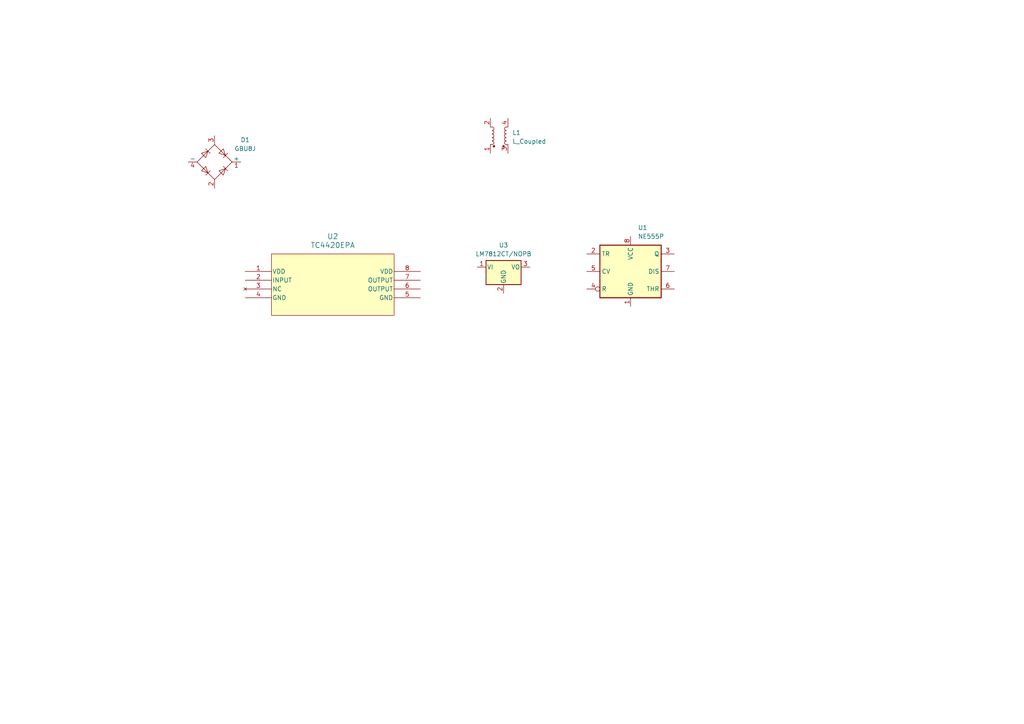
<source format=kicad_sch>
(kicad_sch (version 20250114) (generator "eeschema") (generator_version "9.0")
  (paper "A4")
  (lib_symbols
    (symbol "Device:L_Coupled" (pin_names (offset 0.254) (hide yes))
      (property "Reference" "L" (at 0 4.445 0))
      (property "Value" "L_Coupled" (at 0 -4.445 0))
      (symbol "L_Coupled_0_1"
        (circle (center -3.048 1.524) (radius 0.254) (fill (type outline)))
        (circle (center -3.048 -1.27) (radius 0.254) (fill (type outline)))
        (polyline (pts (xy -2.54 2.032) (xy -2.54 2.54)))
        (polyline (pts (xy -2.54 -2.032) (xy -2.54 -2.54)))
        (arc (start -1.524 2.032) (mid -2.032 1.5262) (end -2.54 2.032))
        (arc (start -2.54 -2.032) (mid -2.032 -1.5262) (end -1.524 -2.032))
        (arc (start -0.508 2.032) (mid -1.016 1.5262) (end -1.524 2.032))
        (arc (start -1.524 -2.032) (mid -1.016 -1.5262) (end -0.508 -2.032))
        (arc (start 0.508 2.032) (mid 0 1.5262) (end -0.508 2.032))
        (arc (start -0.508 -2.032) (mid 0 -1.5262) (end 0.508 -2.032))
        (arc (start 1.524 2.032) (mid 1.016 1.5262) (end 0.508 2.032))
        (arc (start 0.508 -2.032) (mid 1.016 -1.5262) (end 1.524 -2.032))
        (arc (start 2.54 2.032) (mid 2.032 1.5262) (end 1.524 2.032))
        (arc (start 1.524 -2.032) (mid 2.032 -1.5262) (end 2.54 -2.032))
        (polyline (pts (xy 2.54 2.54) (xy 2.54 2.032)))
        (polyline (pts (xy 2.54 -2.032) (xy 2.54 -2.54)))
      )
      (symbol "L_Coupled_1_1"
        (pin passive line (at -5.08 2.54 0) (length 2.54) (name "1") (number "1"))
        (pin passive line (at -5.08 -2.54 0) (length 2.54) (name "3") (number "3"))
        (pin passive line (at 5.08 2.54 180) (length 2.54) (name "2") (number "2"))
        (pin passive line (at 5.08 -2.54 180) (length 2.54) (name "4") (number "4"))
      )
    )
    (symbol "Diode_Bridge:GBU8J" (pin_names (offset 0))
      (property "Reference" "D" (at 2.54 6.985 0))
      (property "Value" "GBU8J" (at 2.54 5.08 0))
      (symbol "GBU8J_0_1"
        (polyline (pts (xy -5.08 0) (xy 0 -5.08) (xy 5.08 0) (xy 0 5.08) (xy -5.08 0)))
        (polyline (pts (xy -3.81 2.54) (xy -2.54 1.27) (xy -1.905 3.175) (xy -3.81 2.54)))
        (polyline (pts (xy -2.54 3.81) (xy -1.27 2.54)))
        (polyline (pts (xy -2.54 -1.27) (xy -3.81 -2.54) (xy -1.905 -3.175) (xy -2.54 -1.27)))
        (polyline (pts (xy -1.27 -2.54) (xy -2.54 -3.81)))
        (polyline (pts (xy 1.27 2.54) (xy 2.54 3.81) (xy 3.175 1.905) (xy 1.27 2.54)))
        (polyline (pts (xy 2.54 1.27) (xy 3.81 2.54)))
        (polyline (pts (xy 2.54 -1.27) (xy 3.81 -2.54)))
        (polyline (pts (xy 3.175 -1.905) (xy 1.27 -2.54) (xy 2.54 -3.81) (xy 3.175 -1.905)))
      )
      (symbol "GBU8J_1_1"
        (pin passive line (at -7.62 0 0) (length 2.54) (name "-") (number "4"))
        (pin passive line (at 0 7.62 270) (length 2.54) (name "~") (number "3"))
        (pin passive line (at 0 -7.62 90) (length 2.54) (name "~") (number "2"))
        (pin passive line (at 7.62 0 180) (length 2.54) (name "+") (number "1"))
      )
    )
    (symbol "Regulator_Linear:LM7812_TO220" (pin_names (offset 0.254))
      (property "Reference" "U" (at -3.81 3.175 0))
      (property "Value" "LM7812_TO220" (at 0 3.175 0))
      (symbol "LM7812_TO220_0_1"
        (rectangle (start -5.08 1.905) (end 5.08 -5.08) (stroke (width 0.254)) (fill (type background)))
      )
      (symbol "LM7812_TO220_1_1"
        (pin power_in line (at -7.62 0 0) (length 2.54) (name "VI") (number "1"))
        (pin power_in line (at 0 -7.62 90) (length 2.54) (name "GND") (number "2"))
        (pin power_out line (at 7.62 0 180) (length 2.54) (name "VO") (number "3"))
      )
    )
    (symbol "TC4420EPA_1" (pin_names (offset 0.254))
      (property "Reference" "U" (at 25.4 10.16 0))
      (property "Value" "TC4420EPA" (at 25.4 7.62 0))
      (symbol "TC4420EPA_1_1_1"
        (rectangle (start 7.62 5.08) (end 43.18 -12.7) (fill (type background)))
        (pin power_in line (at 0 0 0) (length 7.62) (name "VDD") (number "1"))
        (pin input line (at 0 -2.54 0) (length 7.62) (name "INPUT") (number "2"))
        (pin no_connect line (at 0 -5.08 0) (length 7.62) (name "NC") (number "3"))
        (pin power_in line (at 0 -7.62 0) (length 7.62) (name "GND") (number "4"))
        (pin power_in line (at 50.8 0 180) (length 7.62) (name "VDD") (number "8"))
        (pin output line (at 50.8 -2.54 180) (length 7.62) (name "OUTPUT") (number "7"))
        (pin output line (at 50.8 -5.08 180) (length 7.62) (name "OUTPUT") (number "6"))
        (pin power_in line (at 50.8 -7.62 180) (length 7.62) (name "GND") (number "5"))
      )
    )
    (symbol "Timer:NE555P"
      (property "Reference" "U" (at -10.16 8.89 0))
      (property "Value" "NE555P" (at 2.54 8.89 0))
      (symbol "NE555P_0_0"
        (pin power_in line (at 0 10.16 270) (length 2.54) (name "VCC") (number "8"))
        (pin power_in line (at 0 -10.16 90) (length 2.54) (name "GND") (number "1"))
      )
      (symbol "NE555P_0_1"
        (rectangle (start -8.89 -7.62) (end 8.89 7.62) (stroke (width 0.254)) (fill (type background)))
        (rectangle (start -8.89 -7.62) (end 8.89 7.62) (stroke (width 0.254)) (fill (type background)))
      )
      (symbol "NE555P_1_1"
        (pin input line (at -12.7 5.08 0) (length 3.81) (name "TR") (number "2"))
        (pin input line (at -12.7 0 0) (length 3.81) (name "CV") (number "5"))
        (pin input inverted (at -12.7 -5.08 0) (length 3.81) (name "R") (number "4"))
        (pin output line (at 12.7 5.08 180) (length 3.81) (name "Q") (number "3"))
        (pin input line (at 12.7 0 180) (length 3.81) (name "DIS") (number "7"))
        (pin input line (at 12.7 -5.08 180) (length 3.81) (name "THR") (number "6"))
      )
    )
  )
  (symbol (lib_id "Device:L_Coupled") (at 144.78 39.37 90) (unit 1)
    (property "Reference" "L1" (at 148.59 38.4809 90) (effects (justify right)))
    (property "Value" "L_Coupled" (at 148.59 41.0209 90) (effects (justify right)))
    (property "Description" "Coupled inductor" (effects (hide yes)))
  )
  (symbol (lib_id "Regulator_Linear:LM7812_TO220") (at 146.05 77.47 0) (unit 1)
    (property "Reference" "U3" (at 146.05 71.12 0))
    (property "Value" "LM7812CT/NOPB" (at 146.05 73.66 0))
    (property "Footprint" "Package_TO_SOT_THT:TO-220-3_Vertical" (effects (hide yes)))
    (property "Datasheet" "https://www.ti.com/lit/ds/symlink/lm7800.pdf" (effects (hide yes)))
    (property "Description" "Positive 1A 35V Linear Regulator, Fixed Output 12V, TO-220" (effects (hide yes)))
    (property "DKPN" "296-50628-ND" (effects (hide yes)))
  )
  (symbol (lib_id "Diode_Bridge:GBU8J") (at 62.23 46.99 0) (unit 1)
    (property "Reference" "D1" (at 71.12 40.5698 0))
    (property "Value" "GBU8J" (at 71.12 43.1098 0))
    (property "Footprint" "Diode_THT:Diode_Bridge_Vishay_GBU" (effects (hide yes)))
    (property "Datasheet" "http://www.vishay.com/docs/88656/gbu8a.pdf" (effects (hide yes)))
    (property "Description" "Single-Phase Bridge Rectifier, 420V Vrms, 8.0A If, GBU package" (effects (hide yes)))
    (property "DKPN" "GBU8J-BPMS-ND" (effects (hide yes)))
  )
  (symbol (lib_id "Timer:NE555P") (at 182.88 78.74 0) (unit 1)
    (property "Reference" "U1" (at 185.0233 66.04 0) (effects (justify left)))
    (property "Value" "NE555P" (at 185.0233 68.58 0) (effects (justify left)))
    (property "Footprint" "Package_DIP:DIP-8_W7.62mm" (effects (hide yes)))
    (property "Datasheet" "http://www.ti.com/lit/ds/symlink/ne555.pdf" (effects (hide yes)))
    (property "Description" "Precision Timers, 555 compatible,  PDIP-8" (effects (hide yes)))
    (property "DKPN" "296-NE555P-ND" (effects (hide yes)))
  )
  (symbol (lib_name "TC4420EPA_1") (lib_id "local-symbols:TC4420EPA") (at 71.12 78.74 0) (unit 1)
    (property "Reference" "U2" (at 96.52 68.58 0) (effects (font (size 1.524 1.524))))
    (property "Value" "TC4420EPA" (at 96.52 71.12 0) (effects (font (size 1.524 1.524))))
    (property "Footprint" "PDIP8_300MC_MCH" (effects (hide yes)))
    (property "Datasheet" "TC4420EPA" (effects (hide yes)))
    (property "DKPN" "TC4420EPA-ND" (effects (hide yes)))
  )
)
</source>
